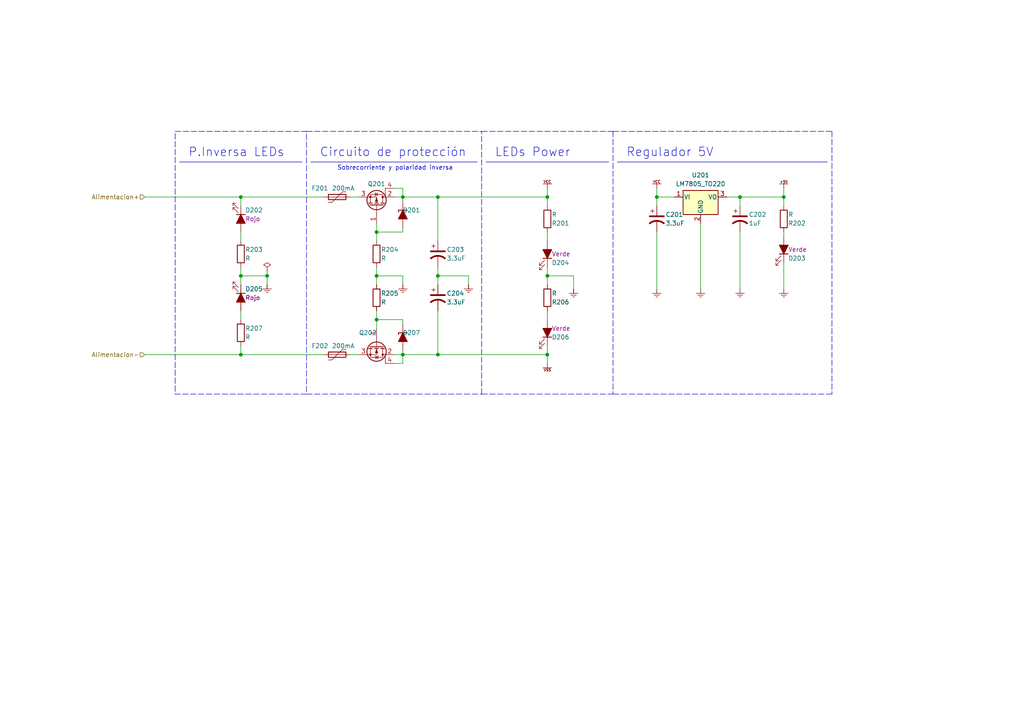
<source format=kicad_sch>
(kicad_sch (version 20230121) (generator eeschema)
  (paper "A4")
  (title_block (title "EQM Lab PCB - 1") (date "2023-04-14") (rev "V0.1-Alpha") (company "JSM - ETSE-UV"))
  (lib_symbols
    (symbol "CPower:#GND" (power) (pin_numbers hide) (pin_names (offset 0) hide) (in_bom no) (on_board no)
      (symbol "#GND_0_0"
        (polyline (pts (xy -1.27 -1.27) (xy 1.27 -1.27)) (fill (type background)))
        (polyline (pts (xy -0.762 -1.778) (xy 0.762 -1.778)) (fill (type background)))
        (polyline (pts (xy -0.254 -2.286) (xy 0.254 -2.286)) (fill (type background)))
      )
      (symbol "#GND_1_1"
        (pin power_in line (at 0 0 270) (length 1.27) (name "GND") (number "1"))
      )
    )
    (symbol "CPower:#VSS" (power) (pin_numbers hide) (pin_names (offset 0) hide) (in_bom no) (on_board no)
      (symbol "#VSS_0_1"
        (polyline (pts (xy -1.27 1.27) (xy 1.27 1.27)))
      )
      (symbol "#VSS_1_1"
        (text "VSS" (at 0 1.905 0) (effects (font (size 0.75 0.75))))
        (pin power_in line (at 0 0 90) (length 1.27) (name "") (number ""))
      )
    )
    (symbol "CPower:+5V" (power) (pin_numbers hide) (pin_names (offset 0) hide) (in_bom no) (on_board no)
      (symbol "+5V_0_1"
        (polyline (pts (xy -1.27 0) (xy 1.27 0)))
      )
      (symbol "+5V_1_1"
        (text "+5V" (at 0 0.635 0) (effects (font (size 0.75 0.75))))
        (pin power_in line (at 0 -1.27 90) (length 1.27) (name "") (number ""))
      )
    )
    (symbol "CPower:VCC" (power) (pin_numbers hide) (pin_names (offset 0) hide) (in_bom no) (on_board no)
      (symbol "VCC_0_1"
        (polyline (pts (xy -1.27 0) (xy 1.27 0)))
      )
      (symbol "VCC_1_1"
        (text "VCC" (at 0 0.635 0) (effects (font (size 0.75 0.75))))
        (pin power_in line (at 0 -1.27 90) (length 1.27) (name "") (number ""))
      )
    )
    (symbol "Device:C_Polarized_US" (pin_numbers hide) (pin_names (offset 0.254) hide)
      (property "Reference" "C" (at 0.635 2.54 0))
      (property "Value" "C_Polarized_US" (at 0.635 -2.54 0))
      (symbol "C_Polarized_US_0_1"
        (polyline (pts (xy -2.032 0.762) (xy 2.032 0.762)) (stroke (width 0.508)))
        (polyline (pts (xy -1.778 2.286) (xy -0.762 2.286)))
        (polyline (pts (xy -1.27 1.778) (xy -1.27 2.794)))
        (arc (start 2.032 -1.27) (mid 0 -0.5572) (end -2.032 -1.27) (stroke (width 0.508)))
      )
      (symbol "C_Polarized_US_1_1"
        (pin passive line (at 0 3.81 270) (length 2.794) (name "~") (number "1"))
        (pin passive line (at 0 -3.81 90) (length 3.302) (name "~") (number "2"))
      )
    )
    (symbol "Device:D_Zener_Filled" (pin_numbers hide) (pin_names (offset 1.016) hide)
      (property "Reference" "D" (at 0 2.54 0))
      (property "Value" "D_Zener_Filled" (at 0 -2.54 0))
      (symbol "D_Zener_Filled_0_1"
        (polyline (pts (xy 1.27 0) (xy -1.27 0)))
        (polyline (pts (xy -1.27 -1.27) (xy -1.27 1.27) (xy -0.762 1.27)) (stroke (width 0.254)))
        (polyline (pts (xy 1.27 -1.27) (xy 1.27 1.27) (xy -1.27 0) (xy 1.27 -1.27)) (stroke (width 0.254)) (fill (type outline)))
      )
      (symbol "D_Zener_Filled_1_1"
        (pin passive line (at -3.81 0 0) (length 2.54) (name "K") (number "1"))
        (pin passive line (at 3.81 0 180) (length 2.54) (name "A") (number "2"))
      )
    )
    (symbol "Device:LED_Filled" (pin_numbers hide) (pin_names (offset 1.016) hide)
      (property "Reference" "D" (at 0 2.54 0))
      (property "Value" "LED_Filled" (at 0 -2.54 0))
      (symbol "LED_Filled_0_1"
        (polyline (pts (xy -1.27 -1.27) (xy -1.27 1.27)) (stroke (width 0.254)))
        (polyline (pts (xy -1.27 0) (xy 1.27 0)))
        (polyline (pts (xy 1.27 -1.27) (xy 1.27 1.27) (xy -1.27 0) (xy 1.27 -1.27)) (stroke (width 0.254)) (fill (type outline)))
        (polyline (pts (xy -3.048 -0.762) (xy -4.572 -2.286) (xy -3.81 -2.286) (xy -4.572 -2.286) (xy -4.572 -1.524)))
        (polyline (pts (xy -1.778 -0.762) (xy -3.302 -2.286) (xy -2.54 -2.286) (xy -3.302 -2.286) (xy -3.302 -1.524)))
      )
      (symbol "LED_Filled_1_1"
        (pin passive line (at -3.81 0 0) (length 2.54) (name "K") (number "1"))
        (pin passive line (at 3.81 0 180) (length 2.54) (name "A") (number "2"))
      )
    )
    (symbol "Device:Polyfuse" (pin_numbers hide) (pin_names (offset 0))
      (property "Reference" "F" (at -2.54 0 90))
      (property "Value" "Polyfuse" (at 2.54 0 90))
      (symbol "Polyfuse_0_1"
        (rectangle (start -0.762 2.54) (end 0.762 -2.54) (stroke (width 0.254)))
        (polyline (pts (xy 0 2.54) (xy 0 -2.54)))
        (polyline (pts (xy -1.524 2.54) (xy -1.524 1.524) (xy 1.524 -1.524) (xy 1.524 -2.54)))
      )
      (symbol "Polyfuse_1_1"
        (pin passive line (at 0 3.81 270) (length 1.27) (name "~") (number "1"))
        (pin passive line (at 0 -3.81 90) (length 1.27) (name "~") (number "2"))
      )
    )
    (symbol "Device:Q_NMOS_GDSD" (pin_names (offset 0) hide)
      (property "Reference" "Q" (at 5.08 1.27 0))
      (property "Value" "Q_NMOS_GDSD" (at 5.08 -1.27 0))
      (symbol "Q_NMOS_GDSD_0_1"
        (polyline (pts (xy 0.254 0) (xy -2.54 0)))
        (polyline (pts (xy 0.254 1.905) (xy 0.254 -1.905)) (stroke (width 0.254)))
        (polyline (pts (xy 0.762 -1.27) (xy 0.762 -2.286)) (stroke (width 0.254)))
        (polyline (pts (xy 0.762 0.508) (xy 0.762 -0.508)) (stroke (width 0.254)))
        (polyline (pts (xy 0.762 2.286) (xy 0.762 1.27)) (stroke (width 0.254)))
        (polyline (pts (xy 2.54 -2.54) (xy 2.54 0) (xy 0.762 0)))
        (polyline (pts (xy 5.08 2.54) (xy 2.54 2.54) (xy 2.54 1.778)))
        (polyline (pts (xy 0.762 -1.778) (xy 3.302 -1.778) (xy 3.302 1.778) (xy 0.762 1.778)))
        (polyline (pts (xy 1.016 0) (xy 2.032 0.381) (xy 2.032 -0.381) (xy 1.016 0)) (fill (type outline)))
        (polyline (pts (xy 2.794 0.508) (xy 2.921 0.381) (xy 3.683 0.381) (xy 3.81 0.254)))
        (polyline (pts (xy 3.302 0.381) (xy 2.921 -0.254) (xy 3.683 -0.254) (xy 3.302 0.381)))
        (circle (center 1.651 0) (radius 2.794) (stroke (width 0.254)))
        (circle (center 2.54 -1.778) (radius 0.254) (fill (type outline)))
        (circle (center 2.54 1.778) (radius 0.254) (fill (type outline)))
      )
      (symbol "Q_NMOS_GDSD_1_1"
        (pin input line (at -5.08 0 0) (length 2.54) (name "G") (number "1"))
        (pin passive line (at 2.54 5.08 270) (length 2.54) (name "D") (number "2"))
        (pin passive line (at 2.54 -5.08 90) (length 2.54) (name "S") (number "3"))
        (pin passive line (at 5.08 5.08 270) (length 2.54) (name "D") (number "4"))
      )
    )
    (symbol "Device:Q_PMOS_GDSD" (pin_names (offset 0) hide)
      (property "Reference" "Q" (at 5.08 1.27 0))
      (property "Value" "Q_PMOS_GDSD" (at 5.08 -1.27 0))
      (symbol "Q_PMOS_GDSD_0_1"
        (polyline (pts (xy 0.254 0) (xy -2.54 0)))
        (polyline (pts (xy 0.254 1.905) (xy 0.254 -1.905)) (stroke (width 0.254)))
        (polyline (pts (xy 0.762 -1.27) (xy 0.762 -2.286)) (stroke (width 0.254)))
        (polyline (pts (xy 0.762 0.508) (xy 0.762 -0.508)) (stroke (width 0.254)))
        (polyline (pts (xy 0.762 2.286) (xy 0.762 1.27)) (stroke (width 0.254)))
        (polyline (pts (xy 2.54 -2.54) (xy 2.54 0) (xy 0.762 0)))
        (polyline (pts (xy 5.08 2.54) (xy 2.54 2.54) (xy 2.54 1.778)))
        (polyline (pts (xy 0.762 1.778) (xy 3.302 1.778) (xy 3.302 -1.778) (xy 0.762 -1.778)))
        (polyline (pts (xy 2.286 0) (xy 1.27 0.381) (xy 1.27 -0.381) (xy 2.286 0)) (fill (type outline)))
        (polyline (pts (xy 2.794 -0.508) (xy 2.921 -0.381) (xy 3.683 -0.381) (xy 3.81 -0.254)))
        (polyline (pts (xy 3.302 -0.381) (xy 2.921 0.254) (xy 3.683 0.254) (xy 3.302 -0.381)))
        (circle (center 1.651 0) (radius 2.794) (stroke (width 0.254)))
        (circle (center 2.54 -1.778) (radius 0.254) (fill (type outline)))
        (circle (center 2.54 1.778) (radius 0.254) (fill (type outline)))
      )
      (symbol "Q_PMOS_GDSD_1_1"
        (pin input line (at -5.08 0 0) (length 2.54) (name "G") (number "1"))
        (pin passive line (at 2.54 5.08 270) (length 2.54) (name "D") (number "2"))
        (pin passive line (at 2.54 -5.08 90) (length 2.54) (name "S") (number "3"))
        (pin passive line (at 5.08 5.08 270) (length 2.54) (name "D") (number "4"))
      )
    )
    (symbol "Device:R" (pin_numbers hide) (pin_names (offset 0))
      (property "Reference" "R" (at 2.032 0 90))
      (property "Value" "R" (at 0 0 90))
      (symbol "R_0_1"
        (rectangle (start -1.016 -2.54) (end 1.016 2.54) (stroke (width 0.254)))
      )
      (symbol "R_1_1"
        (pin passive line (at 0 3.81 270) (length 1.27) (name "~") (number "1"))
        (pin passive line (at 0 -3.81 90) (length 1.27) (name "~") (number "2"))
      )
    )
    (symbol "Regulator_Linear:LM7805_TO220" (pin_names (offset 0.254))
      (property "Reference" "U" (at -3.81 3.175 0))
      (property "Value" "LM7805_TO220" (at 0 3.175 0))
      (symbol "LM7805_TO220_0_1"
        (rectangle (start -5.08 1.905) (end 5.08 -5.08) (stroke (width 0.254)) (fill (type background)))
      )
      (symbol "LM7805_TO220_1_1"
        (pin power_in line (at -7.62 0 0) (length 2.54) (name "VI") (number "1"))
        (pin power_in line (at 0 -7.62 90) (length 2.54) (name "GND") (number "2"))
        (pin power_out line (at 7.62 0 180) (length 2.54) (name "VO") (number "3"))
      )
    )
    (symbol "power:PWR_FLAG" (power) (pin_numbers hide) (pin_names (offset 0) hide)
      (property "Value" "PWR_FLAG" (at 0 3.81 0))
      (symbol "PWR_FLAG_0_0"
        (pin power_out line (at 0 0 90) (length 0) (name "pwr") (number "1"))
      )
      (symbol "PWR_FLAG_0_1"
        (polyline (pts (xy 0 0) (xy 0 1.27) (xy -1.016 1.905) (xy 0 2.54) (xy 1.016 1.905) (xy 0 1.27)))
      )
    )
  )
  (junction (at 227.33 57.15))
  (junction (at 69.85 102.87))
  (junction (at 158.75 80.01))
  (junction (at 77.47 80.01))
  (junction (at 69.85 80.01))
  (junction (at 109.22 80.01))
  (junction (at 158.75 57.15))
  (junction (at 109.22 67.31))
  (junction (at 69.85 57.15))
  (junction (at 127 80.01))
  (junction (at 214.63 57.15))
  (junction (at 116.84 102.87))
  (junction (at 190.5 57.15))
  (junction (at 109.22 92.71))
  (junction (at 116.84 57.15))
  (junction (at 158.75 102.87))
  (junction (at 127 57.15))
  (junction (at 127 102.87))
  (wire (pts (xy 109.22 90.17) (xy 109.22 92.71)))
  (wire (pts (xy 214.63 59.69) (xy 214.63 57.15)))
  (wire (pts (xy 41.91 102.87) (xy 69.85 102.87)))
  (polyline (pts (xy 179.07 46.99) (xy 240.03 46.99)))
  (wire (pts (xy 69.85 80.01) (xy 69.85 82.55)))
  (wire (pts (xy 158.75 57.15) (xy 158.75 54.61)))
  (wire (pts (xy 109.22 80.01) (xy 109.22 82.55)))
  (wire (pts (xy 69.85 67.31) (xy 69.85 69.85)))
  (wire (pts (xy 214.63 57.15) (xy 227.33 57.15)))
  (polyline (pts (xy 241.3 38.1) (xy 241.3 114.3)) (stroke (width 0) (type dash)))
  (wire (pts (xy 114.3 57.15) (xy 116.84 57.15)))
  (wire (pts (xy 109.22 67.31) (xy 109.22 69.85)))
  (wire (pts (xy 158.75 57.15) (xy 158.75 59.69)))
  (wire (pts (xy 116.84 102.87) (xy 114.3 102.87)))
  (polyline (pts (xy 241.3 114.3) (xy 177.8 114.3)) (stroke (width 0) (type dash)))
  (wire (pts (xy 114.3 105.41) (xy 116.84 105.41)))
  (wire (pts (xy 116.84 57.15) (xy 116.84 58.42)))
  (wire (pts (xy 116.84 54.61) (xy 116.84 57.15)))
  (polyline (pts (xy 139.7 38.1) (xy 177.8 38.1)) (stroke (width 0) (type dash)))
  (wire (pts (xy 127 80.01) (xy 127 82.55)))
  (wire (pts (xy 214.63 57.15) (xy 210.82 57.15)))
  (wire (pts (xy 127 77.47) (xy 127 80.01)))
  (wire (pts (xy 109.22 92.71) (xy 109.22 95.25)))
  (wire (pts (xy 127 102.87) (xy 158.75 102.87)))
  (wire (pts (xy 114.3 54.61) (xy 116.84 54.61)))
  (wire (pts (xy 227.33 57.15) (xy 227.33 59.69)))
  (wire (pts (xy 227.33 67.31) (xy 227.33 68.58)))
  (polyline (pts (xy 140.97 46.99) (xy 176.53 46.99)))
  (wire (pts (xy 41.91 57.15) (xy 69.85 57.15)))
  (wire (pts (xy 69.85 57.15) (xy 93.98 57.15)))
  (wire (pts (xy 101.6 57.15) (xy 104.14 57.15)))
  (polyline (pts (xy 88.9 114.3) (xy 139.7 114.3)) (stroke (width 0) (type dash)))
  (wire (pts (xy 116.84 57.15) (xy 127 57.15)))
  (wire (pts (xy 195.58 57.15) (xy 190.5 57.15)))
  (polyline (pts (xy 88.9 38.1) (xy 139.7 38.1)) (stroke (width 0) (type dash)))
  (polyline (pts (xy 139.7 114.3) (xy 139.7 38.1)) (stroke (width 0) (type dash)))
  (wire (pts (xy 116.84 67.31) (xy 109.22 67.31)))
  (wire (pts (xy 127 80.01) (xy 135.89 80.01)))
  (wire (pts (xy 77.47 80.01) (xy 77.47 78.74)))
  (wire (pts (xy 101.6 102.87) (xy 104.14 102.87)))
  (wire (pts (xy 214.63 67.31) (xy 214.63 83.82)))
  (wire (pts (xy 116.84 66.04) (xy 116.84 67.31)))
  (wire (pts (xy 190.5 57.15) (xy 190.5 59.69)))
  (wire (pts (xy 116.84 80.01) (xy 109.22 80.01)))
  (wire (pts (xy 190.5 67.31) (xy 190.5 83.82)))
  (wire (pts (xy 116.84 105.41) (xy 116.84 102.87)))
  (wire (pts (xy 158.75 92.71) (xy 158.75 90.17)))
  (wire (pts (xy 69.85 80.01) (xy 77.47 80.01)))
  (wire (pts (xy 227.33 76.2) (xy 227.33 83.82)))
  (polyline (pts (xy 139.7 114.3) (xy 177.8 114.3)) (stroke (width 0) (type dash)))
  (wire (pts (xy 116.84 82.55) (xy 116.84 80.01)))
  (wire (pts (xy 77.47 82.55) (xy 77.47 80.01)))
  (wire (pts (xy 158.75 69.85) (xy 158.75 67.31)))
  (wire (pts (xy 69.85 90.17) (xy 69.85 92.71)))
  (wire (pts (xy 109.22 64.77) (xy 109.22 67.31)))
  (wire (pts (xy 69.85 102.87) (xy 93.98 102.87)))
  (polyline (pts (xy 90.17 46.99) (xy 138.43 46.99)))
  (wire (pts (xy 190.5 54.61) (xy 190.5 57.15)))
  (wire (pts (xy 227.33 54.61) (xy 227.33 57.15)))
  (polyline (pts (xy 52.07 46.99) (xy 87.63 46.99)))
  (wire (pts (xy 166.37 83.82) (xy 166.37 80.01)))
  (wire (pts (xy 116.84 93.98) (xy 116.84 92.71)))
  (wire (pts (xy 158.75 82.55) (xy 158.75 80.01)))
  (wire (pts (xy 109.22 80.01) (xy 109.22 77.47)))
  (wire (pts (xy 116.84 101.6) (xy 116.84 102.87)))
  (wire (pts (xy 69.85 100.33) (xy 69.85 102.87)))
  (wire (pts (xy 203.2 64.77) (xy 203.2 83.82)))
  (polyline (pts (xy 177.8 38.1) (xy 177.8 114.3)) (stroke (width 0) (type dash)))
  (wire (pts (xy 158.75 100.33) (xy 158.75 102.87)))
  (wire (pts (xy 127 57.15) (xy 127 69.85)))
  (wire (pts (xy 116.84 92.71) (xy 109.22 92.71)))
  (wire (pts (xy 127 90.17) (xy 127 102.87)))
  (wire (pts (xy 158.75 80.01) (xy 166.37 80.01)))
  (wire (pts (xy 135.89 82.55) (xy 135.89 80.01)))
  (wire (pts (xy 127 57.15) (xy 158.75 57.15)))
  (wire (pts (xy 158.75 105.41) (xy 158.75 102.87)))
  (wire (pts (xy 69.85 77.47) (xy 69.85 80.01)))
  (wire (pts (xy 116.84 102.87) (xy 127 102.87)))
  (wire (pts (xy 69.85 57.15) (xy 69.85 59.69)))
  (wire (pts (xy 158.75 80.01) (xy 158.75 77.47)))
  (polyline (pts (xy 177.8 38.1) (xy 241.3 38.1)) (stroke (width 0) (type dash)))
  (rectangle (start 50.8 38.1) (end 88.9 114.3) (stroke (width 0) (type dash)))
  (text "Regulador 5V" (at 181.61 45.72 0) (effects (font (size 2.5 2.5)) (justify left bottom)))
  (text "P.Inversa LEDs" (at 54.61 45.72 0) (effects (font (size 2.5 2.5)) (justify left bottom)))
  (text "LEDs Power" (at 143.51 45.72 0) (effects (font (size 2.5 2.5)) (justify left bottom)))
  (text "Circuito de protección" (at 92.71 45.72 0) (effects (font (size 2.5 2.5)) (justify left bottom)))
  (text "Sobrecorriente y polaridad inversa" (at 97.79 49.53 0) (effects (font (size 1.27 1.27)) (justify left bottom)))
  (hierarchical_label "Alimentacion-" (shape input) (at 41.91 102.87 180))
  (hierarchical_label "Alimentacion+" (shape input) (at 41.91 57.15 180))
  (symbol (lib_id "CPower:VCC") (at 190.5 53.34 0) (unit 1) (in_bom no) (on_board no)
    (property "Reference" "#VCC?" (effects hide))
    (property "Value" "VCC" (effects hide))
    (instances (project "EQM_1" (path "" (reference "#VCC?") (unit 1)) (path "" (reference "#VCC0202") (unit 1))))
  )
  (symbol (lib_id "Device:Polyfuse") (at 97.79 102.87 90) (unit 1)
    (property "Reference" "F202" (at 95.25 100.33 90) (effects (justify left)))
    (property "Value" "200mA" (at 102.87 100.33 90) (effects (justify left)))
    (property "digikeyPN" "YAG6745TR-ND" (effects hide))
    (property "digikeyURL" "https://www.digikey.com/en/products/detail/yageo/SMD1210B020TF/10126708" (effects hide))
  )
  (symbol (lib_id "Device:R") (at 109.22 86.36 0) (unit 1)
    (property "Reference" "R205" (at 110.49 85.09 0) (effects (justify left)))
    (property "Value" "R" (at 110.49 87.63 0) (effects (justify left)))
  )
  (symbol (lib_id "CPower:VCC") (at 158.75 53.34 0) (unit 1) (in_bom no) (on_board no)
    (property "Reference" "#VCC?" (effects hide))
    (property "Value" "VCC" (effects hide))
    (instances (project "EQM_1" (path "" (reference "#VCC?") (unit 1)) (path "" (reference "#VCC0201") (unit 1))))
  )
  (symbol (lib_id "Device:C_Polarized_US") (at 214.63 63.5 0) (unit 1)
    (property "Reference" "C202" (at 217.17 62.23 0) (effects (justify left)))
    (property "Value" "1uF" (at 217.17 64.77 0) (effects (justify left)))
    (property "Footprint" "Capacitor_SMD:C_0201_0603Metric" (effects hide))
  )
  (symbol (lib_id "Device:LED_Filled") (at 227.33 72.39 270) (mirror x) (unit 1)
    (property "Reference" "D203" (at 228.6 74.93 90) (effects (justify left)))
    (property "Value" "LED_Filled" (effects hide))
    (property "Color" "Verde" (at 228.6 72.39 90) (effects (justify left)))
  )
  (symbol (lib_id "Device:LED_Filled") (at 158.75 96.52 270) (mirror x) (unit 1)
    (property "Reference" "D206" (at 160.02 97.79 90) (effects (justify left)))
    (property "Value" "LED_Filled" (effects hide))
    (property "Color" "Verde" (at 160.02 95.25 90) (effects (justify left)))
  )
  (symbol (lib_id "Device:LED_Filled") (at 158.75 73.66 270) (mirror x) (unit 1)
    (property "Reference" "D204" (at 160.02 76.2 90) (effects (justify left)))
    (property "Value" "LED_Filled" (effects hide))
    (property "Color" "Verde" (at 160.02 73.66 90) (effects (justify left)))
  )
  (symbol (lib_id "Device:Q_PMOS_GDSD") (at 109.22 59.69 270) (mirror x) (unit 1)
    (property "Reference" "Q201" (at 109.22 53.34 90))
    (property "Value" "Q_PMOS_GDSD" (effects hide))
    (property "digikeyPN" "2156-BSP321PL6327-ND" (effects hide))
    (property "digikeyURL" "https://www.digikey.com/en/products/detail/rochester-electronics-llc/BSP321PL6327/12121594" (effects hide))
  )
  (symbol (lib_id "CPower:#GND") (at 190.5 83.82 0) (mirror y) (unit 1) (in_bom no) (on_board no)
    (property "Reference" "#gnd0205" (effects hide))
    (property "Value" "#GND" (effects hide))
  )
  (symbol (lib_id "Device:C_Polarized_US") (at 127 73.66 0) (unit 1)
    (property "Reference" "C203" (at 129.54 72.39 0) (effects (justify left)))
    (property "Value" "3.3uF" (at 129.54 74.93 0) (effects (justify left)))
    (property "Footprint" "Capacitor_SMD:C_0201_0603Metric" (effects hide))
  )
  (symbol (lib_id "Device:C_Polarized_US") (at 190.5 63.5 0) (unit 1)
    (property "Reference" "C201" (at 193.04 62.23 0) (effects (justify left)))
    (property "Value" "3.3uF" (at 193.04 64.77 0) (effects (justify left)))
    (property "Footprint" "Capacitor_SMD:C_0201_0603Metric" (effects hide))
  )
  (symbol (lib_id "CPower:+5V") (at 227.33 53.34 0) (unit 1) (in_bom no) (on_board no)
    (property "Reference" "#+5V0201" (effects hide))
    (property "Value" "+5V" (effects hide))
  )
  (symbol (lib_id "Device:LED_Filled") (at 69.85 63.5 270) (unit 1)
    (property "Reference" "D202" (at 71.12 60.96 90) (effects (justify left)))
    (property "Value" "LED_Filled" (effects hide))
    (property "Color" "Rojo" (at 71.12 63.5 90) (effects (justify left)))
  )
  (symbol (lib_id "CPower:#VSS") (at 158.75 105.41 180) (unit 1) (in_bom no) (on_board no)
    (property "Reference" "#VSS?" (effects hide))
    (property "Value" "#VSS" (effects hide))
    (instances (project "EQM_1" (path "" (reference "#VSS?") (unit 1)) (path "" (reference "#VSS0201") (unit 1))))
  )
  (symbol (lib_id "CPower:#GND") (at 227.33 83.82 0) (mirror y) (unit 1) (in_bom no) (on_board no)
    (property "Reference" "#gnd0208" (effects hide))
    (property "Value" "#GND" (effects hide))
  )
  (symbol (lib_id "Device:LED_Filled") (at 69.85 86.36 270) (unit 1)
    (property "Reference" "D205" (at 71.12 83.82 90) (effects (justify left)))
    (property "Value" "LED_Filled" (effects hide))
    (property "Color" "Rojo" (at 71.12 86.36 90) (effects (justify left)))
  )
  (symbol (lib_id "Device:Q_NMOS_GDSD") (at 109.22 100.33 270) (unit 1)
    (property "Reference" "Q202" (at 106.68 96.52 90))
    (property "Value" "Q_NMOS_GDSD" (effects hide))
    (property "digikeyPN" "2156-BSP320SL6433-ND" (effects hide))
    (property "digikeyURL" "https://www.digikey.com/en/products/detail/rochester-electronics-llc/BSP320SL6433/12119909" (effects hide))
  )
  (symbol (lib_id "Device:R") (at 227.33 63.5 0) (mirror x) (unit 1)
    (property "Reference" "R202" (at 228.6 64.77 0) (effects (justify left)))
    (property "Value" "R" (at 228.6 62.23 0) (effects (justify left)))
  )
  (symbol (lib_id "Device:Polyfuse") (at 97.79 57.15 90) (unit 1)
    (property "Reference" "F201" (at 95.25 54.61 90) (effects (justify left)))
    (property "Value" "200mA" (at 102.87 54.61 90) (effects (justify left)))
    (property "digikeyPN" "YAG6745TR-ND" (effects hide))
    (property "digikeyURL" "https://www.digikey.com/en/products/detail/yageo/SMD1210B020TF/10126708" (effects hide))
  )
  (symbol (lib_id "Regulator_Linear:LM7805_TO220") (at 203.2 57.15 0) (unit 1)
    (property "Reference" "U201" (at 203.2 50.8 0))
    (property "Value" "LM7805_TO220" (at 203.2 53.34 0))
    (property "Footprint" "Package_TO_SOT_THT:TO-220-3_Vertical" (effects hide))
    (property "Datasheet" "https://www.onsemi.cn/PowerSolutions/document/MC7800-D.PDF" (effects hide))
  )
  (symbol (lib_id "power:PWR_FLAG") (at 77.47 78.74 0) (unit 1)
    (property "Reference" "#FLG0101" (effects hide))
    (property "Value" "PWR_FLAG" (effects hide))
    (instances (project "EQM_1" (path "" (reference "#FLG0101") (unit 1)) (path "" (reference "#FLG0201") (unit 1))))
  )
  (symbol (lib_id "Device:D_Zener_Filled") (at 116.84 97.79 90) (mirror x) (unit 1)
    (property "Reference" "D207" (at 121.92 96.52 90) (effects (justify left)))
    (property "Value" "D_Zener_Filled" (effects hide))
  )
  (symbol (lib_id "Device:R") (at 158.75 63.5 0) (mirror x) (unit 1)
    (property "Reference" "R201" (at 160.02 64.77 0) (effects (justify left)))
    (property "Value" "R" (at 160.02 62.23 0) (effects (justify left)))
  )
  (symbol (lib_id "CPower:#GND") (at 166.37 83.82 0) (mirror y) (unit 1) (in_bom no) (on_board no)
    (property "Reference" "#gnd0204" (effects hide))
    (property "Value" "#GND" (effects hide))
  )
  (symbol (lib_id "Device:C_Polarized_US") (at 127 86.36 0) (unit 1)
    (property "Reference" "C204" (at 129.54 85.09 0) (effects (justify left)))
    (property "Value" "3.3uF" (at 129.54 87.63 0) (effects (justify left)))
    (property "Footprint" "Capacitor_SMD:C_0201_0603Metric" (effects hide))
  )
  (symbol (lib_id "CPower:#GND") (at 214.63 83.82 0) (mirror y) (unit 1) (in_bom no) (on_board no)
    (property "Reference" "#gnd0207" (effects hide))
    (property "Value" "#GND" (effects hide))
  )
  (symbol (lib_id "CPower:#GND") (at 203.2 83.82 0) (mirror y) (unit 1) (in_bom no) (on_board no)
    (property "Reference" "#gnd0206" (effects hide))
    (property "Value" "#GND" (effects hide))
  )
  (symbol (lib_id "Device:R") (at 109.22 73.66 0) (unit 1)
    (property "Reference" "R204" (at 110.49 72.39 0) (effects (justify left)))
    (property "Value" "R" (at 110.49 74.93 0) (effects (justify left)))
  )
  (symbol (lib_id "CPower:#GND") (at 116.84 82.55 0) (unit 1) (in_bom no) (on_board no)
    (property "Reference" "#gnd0202" (effects hide))
    (property "Value" "#GND" (effects hide))
  )
  (symbol (lib_id "CPower:#GND") (at 77.47 82.55 0) (unit 1) (in_bom no) (on_board no)
    (property "Reference" "#gnd0201" (effects hide))
    (property "Value" "#GND" (effects hide))
  )
  (symbol (lib_id "Device:R") (at 69.85 96.52 0) (unit 1)
    (property "Reference" "R207" (at 71.12 95.25 0) (effects (justify left)))
    (property "Value" "R" (at 71.12 97.79 0) (effects (justify left)))
  )
  (symbol (lib_id "Device:D_Zener_Filled") (at 116.84 62.23 90) (mirror x) (unit 1)
    (property "Reference" "D201" (at 121.92 60.96 90) (effects (justify left)))
    (property "Value" "D_Zener_Filled" (effects hide))
  )
  (symbol (lib_id "Device:R") (at 69.85 73.66 0) (unit 1)
    (property "Reference" "R203" (at 71.12 72.39 0) (effects (justify left)))
    (property "Value" "R" (at 71.12 74.93 0) (effects (justify left)))
  )
  (symbol (lib_id "Device:R") (at 158.75 86.36 0) (mirror x) (unit 1)
    (property "Reference" "R206" (at 160.02 87.63 0) (effects (justify left)))
    (property "Value" "R" (at 160.02 85.09 0) (effects (justify left)))
  )
  (symbol (lib_id "CPower:#GND") (at 135.89 82.55 0) (unit 1) (in_bom no) (on_board no)
    (property "Reference" "#gnd0203" (effects hide))
    (property "Value" "#GND" (effects hide))
  )
)
</source>
